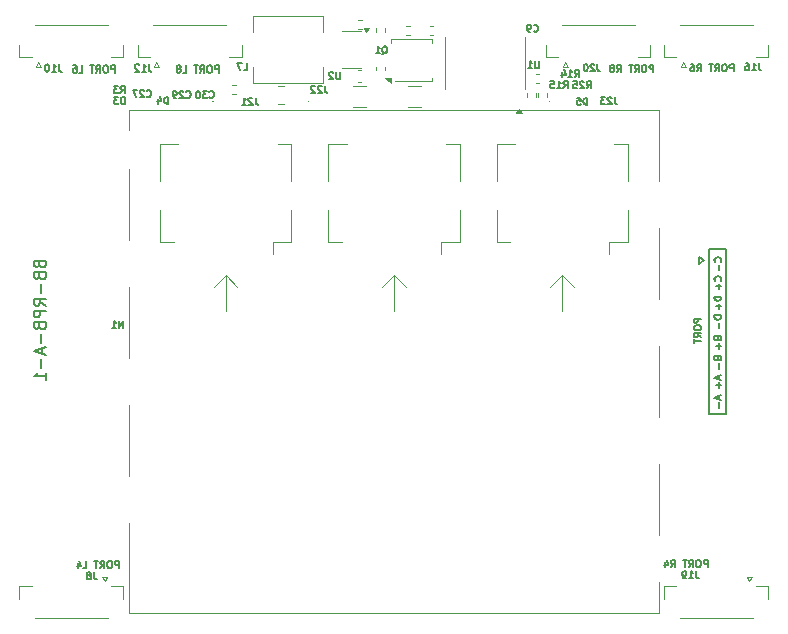
<source format=gbo>
G04 #@! TF.GenerationSoftware,KiCad,Pcbnew,8.0.5*
G04 #@! TF.CreationDate,2026-01-30T21:43:26+07:00*
G04 #@! TF.ProjectId,RouterCoreBaseRevA,526f7574-6572-4436-9f72-654261736552,rev?*
G04 #@! TF.SameCoordinates,PX2793d60PY5cfbb60*
G04 #@! TF.FileFunction,Legend,Bot*
G04 #@! TF.FilePolarity,Positive*
%FSLAX46Y46*%
G04 Gerber Fmt 4.6, Leading zero omitted, Abs format (unit mm)*
G04 Created by KiCad (PCBNEW 8.0.5) date 2026-01-30 21:43:26*
%MOMM*%
%LPD*%
G01*
G04 APERTURE LIST*
%ADD10C,0.150000*%
%ADD11C,0.200000*%
%ADD12C,0.120000*%
%ADD13C,0.100000*%
G04 APERTURE END LIST*
D10*
X59150000Y18200000D02*
X59150000Y32200000D01*
X58775000Y31200000D02*
X58325000Y31500000D01*
X58325000Y30900000D02*
X58775000Y31200000D01*
X60650000Y32200000D02*
X60650000Y18200000D01*
X60650000Y18200000D02*
X59150000Y18200000D01*
X59150000Y32200000D02*
X60650000Y32200000D01*
X58325000Y31500000D02*
X58325000Y30900000D01*
X58518771Y26258459D02*
X57918771Y26258459D01*
X57918771Y26258459D02*
X57918771Y26029888D01*
X57918771Y26029888D02*
X57947342Y25972745D01*
X57947342Y25972745D02*
X57975914Y25944174D01*
X57975914Y25944174D02*
X58033057Y25915602D01*
X58033057Y25915602D02*
X58118771Y25915602D01*
X58118771Y25915602D02*
X58175914Y25944174D01*
X58175914Y25944174D02*
X58204485Y25972745D01*
X58204485Y25972745D02*
X58233057Y26029888D01*
X58233057Y26029888D02*
X58233057Y26258459D01*
X57918771Y25544174D02*
X57918771Y25429888D01*
X57918771Y25429888D02*
X57947342Y25372745D01*
X57947342Y25372745D02*
X58004485Y25315602D01*
X58004485Y25315602D02*
X58118771Y25287031D01*
X58118771Y25287031D02*
X58318771Y25287031D01*
X58318771Y25287031D02*
X58433057Y25315602D01*
X58433057Y25315602D02*
X58490200Y25372745D01*
X58490200Y25372745D02*
X58518771Y25429888D01*
X58518771Y25429888D02*
X58518771Y25544174D01*
X58518771Y25544174D02*
X58490200Y25601316D01*
X58490200Y25601316D02*
X58433057Y25658459D01*
X58433057Y25658459D02*
X58318771Y25687031D01*
X58318771Y25687031D02*
X58118771Y25687031D01*
X58118771Y25687031D02*
X58004485Y25658459D01*
X58004485Y25658459D02*
X57947342Y25601316D01*
X57947342Y25601316D02*
X57918771Y25544174D01*
X58518771Y24687031D02*
X58233057Y24887031D01*
X58518771Y25029888D02*
X57918771Y25029888D01*
X57918771Y25029888D02*
X57918771Y24801317D01*
X57918771Y24801317D02*
X57947342Y24744174D01*
X57947342Y24744174D02*
X57975914Y24715603D01*
X57975914Y24715603D02*
X58033057Y24687031D01*
X58033057Y24687031D02*
X58118771Y24687031D01*
X58118771Y24687031D02*
X58175914Y24715603D01*
X58175914Y24715603D02*
X58204485Y24744174D01*
X58204485Y24744174D02*
X58233057Y24801317D01*
X58233057Y24801317D02*
X58233057Y25029888D01*
X57918771Y24515603D02*
X57918771Y24172745D01*
X58518771Y24344174D02*
X57918771Y24344174D01*
X8858458Y47095479D02*
X8858458Y47695479D01*
X8858458Y47695479D02*
X8629887Y47695479D01*
X8629887Y47695479D02*
X8572744Y47666908D01*
X8572744Y47666908D02*
X8544173Y47638336D01*
X8544173Y47638336D02*
X8515601Y47581193D01*
X8515601Y47581193D02*
X8515601Y47495479D01*
X8515601Y47495479D02*
X8544173Y47438336D01*
X8544173Y47438336D02*
X8572744Y47409765D01*
X8572744Y47409765D02*
X8629887Y47381193D01*
X8629887Y47381193D02*
X8858458Y47381193D01*
X8144173Y47695479D02*
X8029887Y47695479D01*
X8029887Y47695479D02*
X7972744Y47666908D01*
X7972744Y47666908D02*
X7915601Y47609765D01*
X7915601Y47609765D02*
X7887030Y47495479D01*
X7887030Y47495479D02*
X7887030Y47295479D01*
X7887030Y47295479D02*
X7915601Y47181193D01*
X7915601Y47181193D02*
X7972744Y47124050D01*
X7972744Y47124050D02*
X8029887Y47095479D01*
X8029887Y47095479D02*
X8144173Y47095479D01*
X8144173Y47095479D02*
X8201316Y47124050D01*
X8201316Y47124050D02*
X8258458Y47181193D01*
X8258458Y47181193D02*
X8287030Y47295479D01*
X8287030Y47295479D02*
X8287030Y47495479D01*
X8287030Y47495479D02*
X8258458Y47609765D01*
X8258458Y47609765D02*
X8201316Y47666908D01*
X8201316Y47666908D02*
X8144173Y47695479D01*
X7287030Y47095479D02*
X7487030Y47381193D01*
X7629887Y47095479D02*
X7629887Y47695479D01*
X7629887Y47695479D02*
X7401316Y47695479D01*
X7401316Y47695479D02*
X7344173Y47666908D01*
X7344173Y47666908D02*
X7315602Y47638336D01*
X7315602Y47638336D02*
X7287030Y47581193D01*
X7287030Y47581193D02*
X7287030Y47495479D01*
X7287030Y47495479D02*
X7315602Y47438336D01*
X7315602Y47438336D02*
X7344173Y47409765D01*
X7344173Y47409765D02*
X7401316Y47381193D01*
X7401316Y47381193D02*
X7629887Y47381193D01*
X7115602Y47695479D02*
X6772745Y47695479D01*
X6944173Y47095479D02*
X6944173Y47695479D01*
X5829887Y47095479D02*
X6115601Y47095479D01*
X6115601Y47095479D02*
X6115601Y47695479D01*
X5372745Y47695479D02*
X5487030Y47695479D01*
X5487030Y47695479D02*
X5544173Y47666908D01*
X5544173Y47666908D02*
X5572745Y47638336D01*
X5572745Y47638336D02*
X5629887Y47552622D01*
X5629887Y47552622D02*
X5658459Y47438336D01*
X5658459Y47438336D02*
X5658459Y47209765D01*
X5658459Y47209765D02*
X5629887Y47152622D01*
X5629887Y47152622D02*
X5601316Y47124050D01*
X5601316Y47124050D02*
X5544173Y47095479D01*
X5544173Y47095479D02*
X5429887Y47095479D01*
X5429887Y47095479D02*
X5372745Y47124050D01*
X5372745Y47124050D02*
X5344173Y47152622D01*
X5344173Y47152622D02*
X5315602Y47209765D01*
X5315602Y47209765D02*
X5315602Y47352622D01*
X5315602Y47352622D02*
X5344173Y47409765D01*
X5344173Y47409765D02*
X5372745Y47438336D01*
X5372745Y47438336D02*
X5429887Y47466908D01*
X5429887Y47466908D02*
X5544173Y47466908D01*
X5544173Y47466908D02*
X5601316Y47438336D01*
X5601316Y47438336D02*
X5629887Y47409765D01*
X5629887Y47409765D02*
X5658459Y47352622D01*
X60162628Y29485714D02*
X60191200Y29514286D01*
X60191200Y29514286D02*
X60219771Y29600000D01*
X60219771Y29600000D02*
X60219771Y29657143D01*
X60219771Y29657143D02*
X60191200Y29742857D01*
X60191200Y29742857D02*
X60134057Y29800000D01*
X60134057Y29800000D02*
X60076914Y29828571D01*
X60076914Y29828571D02*
X59962628Y29857143D01*
X59962628Y29857143D02*
X59876914Y29857143D01*
X59876914Y29857143D02*
X59762628Y29828571D01*
X59762628Y29828571D02*
X59705485Y29800000D01*
X59705485Y29800000D02*
X59648342Y29742857D01*
X59648342Y29742857D02*
X59619771Y29657143D01*
X59619771Y29657143D02*
X59619771Y29600000D01*
X59619771Y29600000D02*
X59648342Y29514286D01*
X59648342Y29514286D02*
X59676914Y29485714D01*
X59991200Y29228571D02*
X59991200Y28771428D01*
X60219771Y29000000D02*
X59762628Y29000000D01*
X59905485Y22878571D02*
X59934057Y22792857D01*
X59934057Y22792857D02*
X59962628Y22764286D01*
X59962628Y22764286D02*
X60019771Y22735714D01*
X60019771Y22735714D02*
X60105485Y22735714D01*
X60105485Y22735714D02*
X60162628Y22764286D01*
X60162628Y22764286D02*
X60191200Y22792857D01*
X60191200Y22792857D02*
X60219771Y22850000D01*
X60219771Y22850000D02*
X60219771Y23078571D01*
X60219771Y23078571D02*
X59619771Y23078571D01*
X59619771Y23078571D02*
X59619771Y22878571D01*
X59619771Y22878571D02*
X59648342Y22821428D01*
X59648342Y22821428D02*
X59676914Y22792857D01*
X59676914Y22792857D02*
X59734057Y22764286D01*
X59734057Y22764286D02*
X59791200Y22764286D01*
X59791200Y22764286D02*
X59848342Y22792857D01*
X59848342Y22792857D02*
X59876914Y22821428D01*
X59876914Y22821428D02*
X59905485Y22878571D01*
X59905485Y22878571D02*
X59905485Y23078571D01*
X59991200Y22478571D02*
X59991200Y22021428D01*
X59905485Y24578571D02*
X59934057Y24492857D01*
X59934057Y24492857D02*
X59962628Y24464286D01*
X59962628Y24464286D02*
X60019771Y24435714D01*
X60019771Y24435714D02*
X60105485Y24435714D01*
X60105485Y24435714D02*
X60162628Y24464286D01*
X60162628Y24464286D02*
X60191200Y24492857D01*
X60191200Y24492857D02*
X60219771Y24550000D01*
X60219771Y24550000D02*
X60219771Y24778571D01*
X60219771Y24778571D02*
X59619771Y24778571D01*
X59619771Y24778571D02*
X59619771Y24578571D01*
X59619771Y24578571D02*
X59648342Y24521428D01*
X59648342Y24521428D02*
X59676914Y24492857D01*
X59676914Y24492857D02*
X59734057Y24464286D01*
X59734057Y24464286D02*
X59791200Y24464286D01*
X59791200Y24464286D02*
X59848342Y24492857D01*
X59848342Y24492857D02*
X59876914Y24521428D01*
X59876914Y24521428D02*
X59905485Y24578571D01*
X59905485Y24578571D02*
X59905485Y24778571D01*
X59991200Y24178571D02*
X59991200Y23721428D01*
X60219771Y23950000D02*
X59762628Y23950000D01*
X61258458Y47195479D02*
X61258458Y47795479D01*
X61258458Y47795479D02*
X61029887Y47795479D01*
X61029887Y47795479D02*
X60972744Y47766908D01*
X60972744Y47766908D02*
X60944173Y47738336D01*
X60944173Y47738336D02*
X60915601Y47681193D01*
X60915601Y47681193D02*
X60915601Y47595479D01*
X60915601Y47595479D02*
X60944173Y47538336D01*
X60944173Y47538336D02*
X60972744Y47509765D01*
X60972744Y47509765D02*
X61029887Y47481193D01*
X61029887Y47481193D02*
X61258458Y47481193D01*
X60544173Y47795479D02*
X60429887Y47795479D01*
X60429887Y47795479D02*
X60372744Y47766908D01*
X60372744Y47766908D02*
X60315601Y47709765D01*
X60315601Y47709765D02*
X60287030Y47595479D01*
X60287030Y47595479D02*
X60287030Y47395479D01*
X60287030Y47395479D02*
X60315601Y47281193D01*
X60315601Y47281193D02*
X60372744Y47224050D01*
X60372744Y47224050D02*
X60429887Y47195479D01*
X60429887Y47195479D02*
X60544173Y47195479D01*
X60544173Y47195479D02*
X60601316Y47224050D01*
X60601316Y47224050D02*
X60658458Y47281193D01*
X60658458Y47281193D02*
X60687030Y47395479D01*
X60687030Y47395479D02*
X60687030Y47595479D01*
X60687030Y47595479D02*
X60658458Y47709765D01*
X60658458Y47709765D02*
X60601316Y47766908D01*
X60601316Y47766908D02*
X60544173Y47795479D01*
X59687030Y47195479D02*
X59887030Y47481193D01*
X60029887Y47195479D02*
X60029887Y47795479D01*
X60029887Y47795479D02*
X59801316Y47795479D01*
X59801316Y47795479D02*
X59744173Y47766908D01*
X59744173Y47766908D02*
X59715602Y47738336D01*
X59715602Y47738336D02*
X59687030Y47681193D01*
X59687030Y47681193D02*
X59687030Y47595479D01*
X59687030Y47595479D02*
X59715602Y47538336D01*
X59715602Y47538336D02*
X59744173Y47509765D01*
X59744173Y47509765D02*
X59801316Y47481193D01*
X59801316Y47481193D02*
X60029887Y47481193D01*
X59515602Y47795479D02*
X59172745Y47795479D01*
X59344173Y47195479D02*
X59344173Y47795479D01*
X58172744Y47195479D02*
X58372744Y47481193D01*
X58515601Y47195479D02*
X58515601Y47795479D01*
X58515601Y47795479D02*
X58287030Y47795479D01*
X58287030Y47795479D02*
X58229887Y47766908D01*
X58229887Y47766908D02*
X58201316Y47738336D01*
X58201316Y47738336D02*
X58172744Y47681193D01*
X58172744Y47681193D02*
X58172744Y47595479D01*
X58172744Y47595479D02*
X58201316Y47538336D01*
X58201316Y47538336D02*
X58229887Y47509765D01*
X58229887Y47509765D02*
X58287030Y47481193D01*
X58287030Y47481193D02*
X58515601Y47481193D01*
X57658459Y47795479D02*
X57772744Y47795479D01*
X57772744Y47795479D02*
X57829887Y47766908D01*
X57829887Y47766908D02*
X57858459Y47738336D01*
X57858459Y47738336D02*
X57915601Y47652622D01*
X57915601Y47652622D02*
X57944173Y47538336D01*
X57944173Y47538336D02*
X57944173Y47309765D01*
X57944173Y47309765D02*
X57915601Y47252622D01*
X57915601Y47252622D02*
X57887030Y47224050D01*
X57887030Y47224050D02*
X57829887Y47195479D01*
X57829887Y47195479D02*
X57715601Y47195479D01*
X57715601Y47195479D02*
X57658459Y47224050D01*
X57658459Y47224050D02*
X57629887Y47252622D01*
X57629887Y47252622D02*
X57601316Y47309765D01*
X57601316Y47309765D02*
X57601316Y47452622D01*
X57601316Y47452622D02*
X57629887Y47509765D01*
X57629887Y47509765D02*
X57658459Y47538336D01*
X57658459Y47538336D02*
X57715601Y47566908D01*
X57715601Y47566908D02*
X57829887Y47566908D01*
X57829887Y47566908D02*
X57887030Y47538336D01*
X57887030Y47538336D02*
X57915601Y47509765D01*
X57915601Y47509765D02*
X57944173Y47452622D01*
X60219771Y26528571D02*
X59619771Y26528571D01*
X59619771Y26528571D02*
X59619771Y26385714D01*
X59619771Y26385714D02*
X59648342Y26300000D01*
X59648342Y26300000D02*
X59705485Y26242857D01*
X59705485Y26242857D02*
X59762628Y26214286D01*
X59762628Y26214286D02*
X59876914Y26185714D01*
X59876914Y26185714D02*
X59962628Y26185714D01*
X59962628Y26185714D02*
X60076914Y26214286D01*
X60076914Y26214286D02*
X60134057Y26242857D01*
X60134057Y26242857D02*
X60191200Y26300000D01*
X60191200Y26300000D02*
X60219771Y26385714D01*
X60219771Y26385714D02*
X60219771Y26528571D01*
X59991200Y25928571D02*
X59991200Y25471428D01*
X60162628Y31085714D02*
X60191200Y31114286D01*
X60191200Y31114286D02*
X60219771Y31200000D01*
X60219771Y31200000D02*
X60219771Y31257143D01*
X60219771Y31257143D02*
X60191200Y31342857D01*
X60191200Y31342857D02*
X60134057Y31400000D01*
X60134057Y31400000D02*
X60076914Y31428571D01*
X60076914Y31428571D02*
X59962628Y31457143D01*
X59962628Y31457143D02*
X59876914Y31457143D01*
X59876914Y31457143D02*
X59762628Y31428571D01*
X59762628Y31428571D02*
X59705485Y31400000D01*
X59705485Y31400000D02*
X59648342Y31342857D01*
X59648342Y31342857D02*
X59619771Y31257143D01*
X59619771Y31257143D02*
X59619771Y31200000D01*
X59619771Y31200000D02*
X59648342Y31114286D01*
X59648342Y31114286D02*
X59676914Y31085714D01*
X59991200Y30828571D02*
X59991200Y30371428D01*
X17658458Y47095479D02*
X17658458Y47695479D01*
X17658458Y47695479D02*
X17429887Y47695479D01*
X17429887Y47695479D02*
X17372744Y47666908D01*
X17372744Y47666908D02*
X17344173Y47638336D01*
X17344173Y47638336D02*
X17315601Y47581193D01*
X17315601Y47581193D02*
X17315601Y47495479D01*
X17315601Y47495479D02*
X17344173Y47438336D01*
X17344173Y47438336D02*
X17372744Y47409765D01*
X17372744Y47409765D02*
X17429887Y47381193D01*
X17429887Y47381193D02*
X17658458Y47381193D01*
X16944173Y47695479D02*
X16829887Y47695479D01*
X16829887Y47695479D02*
X16772744Y47666908D01*
X16772744Y47666908D02*
X16715601Y47609765D01*
X16715601Y47609765D02*
X16687030Y47495479D01*
X16687030Y47495479D02*
X16687030Y47295479D01*
X16687030Y47295479D02*
X16715601Y47181193D01*
X16715601Y47181193D02*
X16772744Y47124050D01*
X16772744Y47124050D02*
X16829887Y47095479D01*
X16829887Y47095479D02*
X16944173Y47095479D01*
X16944173Y47095479D02*
X17001316Y47124050D01*
X17001316Y47124050D02*
X17058458Y47181193D01*
X17058458Y47181193D02*
X17087030Y47295479D01*
X17087030Y47295479D02*
X17087030Y47495479D01*
X17087030Y47495479D02*
X17058458Y47609765D01*
X17058458Y47609765D02*
X17001316Y47666908D01*
X17001316Y47666908D02*
X16944173Y47695479D01*
X16087030Y47095479D02*
X16287030Y47381193D01*
X16429887Y47095479D02*
X16429887Y47695479D01*
X16429887Y47695479D02*
X16201316Y47695479D01*
X16201316Y47695479D02*
X16144173Y47666908D01*
X16144173Y47666908D02*
X16115602Y47638336D01*
X16115602Y47638336D02*
X16087030Y47581193D01*
X16087030Y47581193D02*
X16087030Y47495479D01*
X16087030Y47495479D02*
X16115602Y47438336D01*
X16115602Y47438336D02*
X16144173Y47409765D01*
X16144173Y47409765D02*
X16201316Y47381193D01*
X16201316Y47381193D02*
X16429887Y47381193D01*
X15915602Y47695479D02*
X15572745Y47695479D01*
X15744173Y47095479D02*
X15744173Y47695479D01*
X14629887Y47095479D02*
X14915601Y47095479D01*
X14915601Y47095479D02*
X14915601Y47695479D01*
X14344173Y47438336D02*
X14401316Y47466908D01*
X14401316Y47466908D02*
X14429887Y47495479D01*
X14429887Y47495479D02*
X14458459Y47552622D01*
X14458459Y47552622D02*
X14458459Y47581193D01*
X14458459Y47581193D02*
X14429887Y47638336D01*
X14429887Y47638336D02*
X14401316Y47666908D01*
X14401316Y47666908D02*
X14344173Y47695479D01*
X14344173Y47695479D02*
X14229887Y47695479D01*
X14229887Y47695479D02*
X14172745Y47666908D01*
X14172745Y47666908D02*
X14144173Y47638336D01*
X14144173Y47638336D02*
X14115602Y47581193D01*
X14115602Y47581193D02*
X14115602Y47552622D01*
X14115602Y47552622D02*
X14144173Y47495479D01*
X14144173Y47495479D02*
X14172745Y47466908D01*
X14172745Y47466908D02*
X14229887Y47438336D01*
X14229887Y47438336D02*
X14344173Y47438336D01*
X14344173Y47438336D02*
X14401316Y47409765D01*
X14401316Y47409765D02*
X14429887Y47381193D01*
X14429887Y47381193D02*
X14458459Y47324050D01*
X14458459Y47324050D02*
X14458459Y47209765D01*
X14458459Y47209765D02*
X14429887Y47152622D01*
X14429887Y47152622D02*
X14401316Y47124050D01*
X14401316Y47124050D02*
X14344173Y47095479D01*
X14344173Y47095479D02*
X14229887Y47095479D01*
X14229887Y47095479D02*
X14172745Y47124050D01*
X14172745Y47124050D02*
X14144173Y47152622D01*
X14144173Y47152622D02*
X14115602Y47209765D01*
X14115602Y47209765D02*
X14115602Y47324050D01*
X14115602Y47324050D02*
X14144173Y47381193D01*
X14144173Y47381193D02*
X14172745Y47409765D01*
X14172745Y47409765D02*
X14229887Y47438336D01*
X59058458Y5231229D02*
X59058458Y5831229D01*
X59058458Y5831229D02*
X58829887Y5831229D01*
X58829887Y5831229D02*
X58772744Y5802658D01*
X58772744Y5802658D02*
X58744173Y5774086D01*
X58744173Y5774086D02*
X58715601Y5716943D01*
X58715601Y5716943D02*
X58715601Y5631229D01*
X58715601Y5631229D02*
X58744173Y5574086D01*
X58744173Y5574086D02*
X58772744Y5545515D01*
X58772744Y5545515D02*
X58829887Y5516943D01*
X58829887Y5516943D02*
X59058458Y5516943D01*
X58344173Y5831229D02*
X58229887Y5831229D01*
X58229887Y5831229D02*
X58172744Y5802658D01*
X58172744Y5802658D02*
X58115601Y5745515D01*
X58115601Y5745515D02*
X58087030Y5631229D01*
X58087030Y5631229D02*
X58087030Y5431229D01*
X58087030Y5431229D02*
X58115601Y5316943D01*
X58115601Y5316943D02*
X58172744Y5259800D01*
X58172744Y5259800D02*
X58229887Y5231229D01*
X58229887Y5231229D02*
X58344173Y5231229D01*
X58344173Y5231229D02*
X58401316Y5259800D01*
X58401316Y5259800D02*
X58458458Y5316943D01*
X58458458Y5316943D02*
X58487030Y5431229D01*
X58487030Y5431229D02*
X58487030Y5631229D01*
X58487030Y5631229D02*
X58458458Y5745515D01*
X58458458Y5745515D02*
X58401316Y5802658D01*
X58401316Y5802658D02*
X58344173Y5831229D01*
X57487030Y5231229D02*
X57687030Y5516943D01*
X57829887Y5231229D02*
X57829887Y5831229D01*
X57829887Y5831229D02*
X57601316Y5831229D01*
X57601316Y5831229D02*
X57544173Y5802658D01*
X57544173Y5802658D02*
X57515602Y5774086D01*
X57515602Y5774086D02*
X57487030Y5716943D01*
X57487030Y5716943D02*
X57487030Y5631229D01*
X57487030Y5631229D02*
X57515602Y5574086D01*
X57515602Y5574086D02*
X57544173Y5545515D01*
X57544173Y5545515D02*
X57601316Y5516943D01*
X57601316Y5516943D02*
X57829887Y5516943D01*
X57315602Y5831229D02*
X56972745Y5831229D01*
X57144173Y5231229D02*
X57144173Y5831229D01*
X55972744Y5231229D02*
X56172744Y5516943D01*
X56315601Y5231229D02*
X56315601Y5831229D01*
X56315601Y5831229D02*
X56087030Y5831229D01*
X56087030Y5831229D02*
X56029887Y5802658D01*
X56029887Y5802658D02*
X56001316Y5774086D01*
X56001316Y5774086D02*
X55972744Y5716943D01*
X55972744Y5716943D02*
X55972744Y5631229D01*
X55972744Y5631229D02*
X56001316Y5574086D01*
X56001316Y5574086D02*
X56029887Y5545515D01*
X56029887Y5545515D02*
X56087030Y5516943D01*
X56087030Y5516943D02*
X56315601Y5516943D01*
X55458459Y5631229D02*
X55458459Y5231229D01*
X55601316Y5859800D02*
X55744173Y5431229D01*
X55744173Y5431229D02*
X55372744Y5431229D01*
X60219771Y28128571D02*
X59619771Y28128571D01*
X59619771Y28128571D02*
X59619771Y27985714D01*
X59619771Y27985714D02*
X59648342Y27900000D01*
X59648342Y27900000D02*
X59705485Y27842857D01*
X59705485Y27842857D02*
X59762628Y27814286D01*
X59762628Y27814286D02*
X59876914Y27785714D01*
X59876914Y27785714D02*
X59962628Y27785714D01*
X59962628Y27785714D02*
X60076914Y27814286D01*
X60076914Y27814286D02*
X60134057Y27842857D01*
X60134057Y27842857D02*
X60191200Y27900000D01*
X60191200Y27900000D02*
X60219771Y27985714D01*
X60219771Y27985714D02*
X60219771Y28128571D01*
X59991200Y27528571D02*
X59991200Y27071428D01*
X60219771Y27300000D02*
X59762628Y27300000D01*
X9208458Y5131229D02*
X9208458Y5731229D01*
X9208458Y5731229D02*
X8979887Y5731229D01*
X8979887Y5731229D02*
X8922744Y5702658D01*
X8922744Y5702658D02*
X8894173Y5674086D01*
X8894173Y5674086D02*
X8865601Y5616943D01*
X8865601Y5616943D02*
X8865601Y5531229D01*
X8865601Y5531229D02*
X8894173Y5474086D01*
X8894173Y5474086D02*
X8922744Y5445515D01*
X8922744Y5445515D02*
X8979887Y5416943D01*
X8979887Y5416943D02*
X9208458Y5416943D01*
X8494173Y5731229D02*
X8379887Y5731229D01*
X8379887Y5731229D02*
X8322744Y5702658D01*
X8322744Y5702658D02*
X8265601Y5645515D01*
X8265601Y5645515D02*
X8237030Y5531229D01*
X8237030Y5531229D02*
X8237030Y5331229D01*
X8237030Y5331229D02*
X8265601Y5216943D01*
X8265601Y5216943D02*
X8322744Y5159800D01*
X8322744Y5159800D02*
X8379887Y5131229D01*
X8379887Y5131229D02*
X8494173Y5131229D01*
X8494173Y5131229D02*
X8551316Y5159800D01*
X8551316Y5159800D02*
X8608458Y5216943D01*
X8608458Y5216943D02*
X8637030Y5331229D01*
X8637030Y5331229D02*
X8637030Y5531229D01*
X8637030Y5531229D02*
X8608458Y5645515D01*
X8608458Y5645515D02*
X8551316Y5702658D01*
X8551316Y5702658D02*
X8494173Y5731229D01*
X7637030Y5131229D02*
X7837030Y5416943D01*
X7979887Y5131229D02*
X7979887Y5731229D01*
X7979887Y5731229D02*
X7751316Y5731229D01*
X7751316Y5731229D02*
X7694173Y5702658D01*
X7694173Y5702658D02*
X7665602Y5674086D01*
X7665602Y5674086D02*
X7637030Y5616943D01*
X7637030Y5616943D02*
X7637030Y5531229D01*
X7637030Y5531229D02*
X7665602Y5474086D01*
X7665602Y5474086D02*
X7694173Y5445515D01*
X7694173Y5445515D02*
X7751316Y5416943D01*
X7751316Y5416943D02*
X7979887Y5416943D01*
X7465602Y5731229D02*
X7122745Y5731229D01*
X7294173Y5131229D02*
X7294173Y5731229D01*
X6179887Y5131229D02*
X6465601Y5131229D01*
X6465601Y5131229D02*
X6465601Y5731229D01*
X5722745Y5531229D02*
X5722745Y5131229D01*
X5865602Y5759800D02*
X6008459Y5331229D01*
X6008459Y5331229D02*
X5637030Y5331229D01*
X60048342Y21414286D02*
X60048342Y21128571D01*
X60219771Y21471429D02*
X59619771Y21271429D01*
X59619771Y21271429D02*
X60219771Y21071429D01*
X59991200Y20871428D02*
X59991200Y20414285D01*
X60219771Y20642857D02*
X59762628Y20642857D01*
X54458458Y47145479D02*
X54458458Y47745479D01*
X54458458Y47745479D02*
X54229887Y47745479D01*
X54229887Y47745479D02*
X54172744Y47716908D01*
X54172744Y47716908D02*
X54144173Y47688336D01*
X54144173Y47688336D02*
X54115601Y47631193D01*
X54115601Y47631193D02*
X54115601Y47545479D01*
X54115601Y47545479D02*
X54144173Y47488336D01*
X54144173Y47488336D02*
X54172744Y47459765D01*
X54172744Y47459765D02*
X54229887Y47431193D01*
X54229887Y47431193D02*
X54458458Y47431193D01*
X53744173Y47745479D02*
X53629887Y47745479D01*
X53629887Y47745479D02*
X53572744Y47716908D01*
X53572744Y47716908D02*
X53515601Y47659765D01*
X53515601Y47659765D02*
X53487030Y47545479D01*
X53487030Y47545479D02*
X53487030Y47345479D01*
X53487030Y47345479D02*
X53515601Y47231193D01*
X53515601Y47231193D02*
X53572744Y47174050D01*
X53572744Y47174050D02*
X53629887Y47145479D01*
X53629887Y47145479D02*
X53744173Y47145479D01*
X53744173Y47145479D02*
X53801316Y47174050D01*
X53801316Y47174050D02*
X53858458Y47231193D01*
X53858458Y47231193D02*
X53887030Y47345479D01*
X53887030Y47345479D02*
X53887030Y47545479D01*
X53887030Y47545479D02*
X53858458Y47659765D01*
X53858458Y47659765D02*
X53801316Y47716908D01*
X53801316Y47716908D02*
X53744173Y47745479D01*
X52887030Y47145479D02*
X53087030Y47431193D01*
X53229887Y47145479D02*
X53229887Y47745479D01*
X53229887Y47745479D02*
X53001316Y47745479D01*
X53001316Y47745479D02*
X52944173Y47716908D01*
X52944173Y47716908D02*
X52915602Y47688336D01*
X52915602Y47688336D02*
X52887030Y47631193D01*
X52887030Y47631193D02*
X52887030Y47545479D01*
X52887030Y47545479D02*
X52915602Y47488336D01*
X52915602Y47488336D02*
X52944173Y47459765D01*
X52944173Y47459765D02*
X53001316Y47431193D01*
X53001316Y47431193D02*
X53229887Y47431193D01*
X52715602Y47745479D02*
X52372745Y47745479D01*
X52544173Y47145479D02*
X52544173Y47745479D01*
X51372744Y47145479D02*
X51572744Y47431193D01*
X51715601Y47145479D02*
X51715601Y47745479D01*
X51715601Y47745479D02*
X51487030Y47745479D01*
X51487030Y47745479D02*
X51429887Y47716908D01*
X51429887Y47716908D02*
X51401316Y47688336D01*
X51401316Y47688336D02*
X51372744Y47631193D01*
X51372744Y47631193D02*
X51372744Y47545479D01*
X51372744Y47545479D02*
X51401316Y47488336D01*
X51401316Y47488336D02*
X51429887Y47459765D01*
X51429887Y47459765D02*
X51487030Y47431193D01*
X51487030Y47431193D02*
X51715601Y47431193D01*
X51029887Y47488336D02*
X51087030Y47516908D01*
X51087030Y47516908D02*
X51115601Y47545479D01*
X51115601Y47545479D02*
X51144173Y47602622D01*
X51144173Y47602622D02*
X51144173Y47631193D01*
X51144173Y47631193D02*
X51115601Y47688336D01*
X51115601Y47688336D02*
X51087030Y47716908D01*
X51087030Y47716908D02*
X51029887Y47745479D01*
X51029887Y47745479D02*
X50915601Y47745479D01*
X50915601Y47745479D02*
X50858459Y47716908D01*
X50858459Y47716908D02*
X50829887Y47688336D01*
X50829887Y47688336D02*
X50801316Y47631193D01*
X50801316Y47631193D02*
X50801316Y47602622D01*
X50801316Y47602622D02*
X50829887Y47545479D01*
X50829887Y47545479D02*
X50858459Y47516908D01*
X50858459Y47516908D02*
X50915601Y47488336D01*
X50915601Y47488336D02*
X51029887Y47488336D01*
X51029887Y47488336D02*
X51087030Y47459765D01*
X51087030Y47459765D02*
X51115601Y47431193D01*
X51115601Y47431193D02*
X51144173Y47374050D01*
X51144173Y47374050D02*
X51144173Y47259765D01*
X51144173Y47259765D02*
X51115601Y47202622D01*
X51115601Y47202622D02*
X51087030Y47174050D01*
X51087030Y47174050D02*
X51029887Y47145479D01*
X51029887Y47145479D02*
X50915601Y47145479D01*
X50915601Y47145479D02*
X50858459Y47174050D01*
X50858459Y47174050D02*
X50829887Y47202622D01*
X50829887Y47202622D02*
X50801316Y47259765D01*
X50801316Y47259765D02*
X50801316Y47374050D01*
X50801316Y47374050D02*
X50829887Y47431193D01*
X50829887Y47431193D02*
X50858459Y47459765D01*
X50858459Y47459765D02*
X50915601Y47488336D01*
X60048342Y19714286D02*
X60048342Y19428571D01*
X60219771Y19771429D02*
X59619771Y19571429D01*
X59619771Y19571429D02*
X60219771Y19371429D01*
X59991200Y19171428D02*
X59991200Y18714285D01*
D11*
X2493409Y30846994D02*
X2541028Y30704137D01*
X2541028Y30704137D02*
X2588647Y30656518D01*
X2588647Y30656518D02*
X2683885Y30608899D01*
X2683885Y30608899D02*
X2826742Y30608899D01*
X2826742Y30608899D02*
X2921980Y30656518D01*
X2921980Y30656518D02*
X2969600Y30704137D01*
X2969600Y30704137D02*
X3017219Y30799375D01*
X3017219Y30799375D02*
X3017219Y31180327D01*
X3017219Y31180327D02*
X2017219Y31180327D01*
X2017219Y31180327D02*
X2017219Y30846994D01*
X2017219Y30846994D02*
X2064838Y30751756D01*
X2064838Y30751756D02*
X2112457Y30704137D01*
X2112457Y30704137D02*
X2207695Y30656518D01*
X2207695Y30656518D02*
X2302933Y30656518D01*
X2302933Y30656518D02*
X2398171Y30704137D01*
X2398171Y30704137D02*
X2445790Y30751756D01*
X2445790Y30751756D02*
X2493409Y30846994D01*
X2493409Y30846994D02*
X2493409Y31180327D01*
X2493409Y29846994D02*
X2541028Y29704137D01*
X2541028Y29704137D02*
X2588647Y29656518D01*
X2588647Y29656518D02*
X2683885Y29608899D01*
X2683885Y29608899D02*
X2826742Y29608899D01*
X2826742Y29608899D02*
X2921980Y29656518D01*
X2921980Y29656518D02*
X2969600Y29704137D01*
X2969600Y29704137D02*
X3017219Y29799375D01*
X3017219Y29799375D02*
X3017219Y30180327D01*
X3017219Y30180327D02*
X2017219Y30180327D01*
X2017219Y30180327D02*
X2017219Y29846994D01*
X2017219Y29846994D02*
X2064838Y29751756D01*
X2064838Y29751756D02*
X2112457Y29704137D01*
X2112457Y29704137D02*
X2207695Y29656518D01*
X2207695Y29656518D02*
X2302933Y29656518D01*
X2302933Y29656518D02*
X2398171Y29704137D01*
X2398171Y29704137D02*
X2445790Y29751756D01*
X2445790Y29751756D02*
X2493409Y29846994D01*
X2493409Y29846994D02*
X2493409Y30180327D01*
X2636266Y29180327D02*
X2636266Y28418422D01*
X3017219Y27370804D02*
X2541028Y27704137D01*
X3017219Y27942232D02*
X2017219Y27942232D01*
X2017219Y27942232D02*
X2017219Y27561280D01*
X2017219Y27561280D02*
X2064838Y27466042D01*
X2064838Y27466042D02*
X2112457Y27418423D01*
X2112457Y27418423D02*
X2207695Y27370804D01*
X2207695Y27370804D02*
X2350552Y27370804D01*
X2350552Y27370804D02*
X2445790Y27418423D01*
X2445790Y27418423D02*
X2493409Y27466042D01*
X2493409Y27466042D02*
X2541028Y27561280D01*
X2541028Y27561280D02*
X2541028Y27942232D01*
X3017219Y26942232D02*
X2017219Y26942232D01*
X2017219Y26942232D02*
X2017219Y26561280D01*
X2017219Y26561280D02*
X2064838Y26466042D01*
X2064838Y26466042D02*
X2112457Y26418423D01*
X2112457Y26418423D02*
X2207695Y26370804D01*
X2207695Y26370804D02*
X2350552Y26370804D01*
X2350552Y26370804D02*
X2445790Y26418423D01*
X2445790Y26418423D02*
X2493409Y26466042D01*
X2493409Y26466042D02*
X2541028Y26561280D01*
X2541028Y26561280D02*
X2541028Y26942232D01*
X2493409Y25608899D02*
X2541028Y25466042D01*
X2541028Y25466042D02*
X2588647Y25418423D01*
X2588647Y25418423D02*
X2683885Y25370804D01*
X2683885Y25370804D02*
X2826742Y25370804D01*
X2826742Y25370804D02*
X2921980Y25418423D01*
X2921980Y25418423D02*
X2969600Y25466042D01*
X2969600Y25466042D02*
X3017219Y25561280D01*
X3017219Y25561280D02*
X3017219Y25942232D01*
X3017219Y25942232D02*
X2017219Y25942232D01*
X2017219Y25942232D02*
X2017219Y25608899D01*
X2017219Y25608899D02*
X2064838Y25513661D01*
X2064838Y25513661D02*
X2112457Y25466042D01*
X2112457Y25466042D02*
X2207695Y25418423D01*
X2207695Y25418423D02*
X2302933Y25418423D01*
X2302933Y25418423D02*
X2398171Y25466042D01*
X2398171Y25466042D02*
X2445790Y25513661D01*
X2445790Y25513661D02*
X2493409Y25608899D01*
X2493409Y25608899D02*
X2493409Y25942232D01*
X2636266Y24942232D02*
X2636266Y24180327D01*
X2731504Y23751756D02*
X2731504Y23275566D01*
X3017219Y23846994D02*
X2017219Y23513661D01*
X2017219Y23513661D02*
X3017219Y23180328D01*
X2636266Y22846994D02*
X2636266Y22085089D01*
X3017219Y21085090D02*
X3017219Y21656518D01*
X3017219Y21370804D02*
X2017219Y21370804D01*
X2017219Y21370804D02*
X2160076Y21466042D01*
X2160076Y21466042D02*
X2255314Y21561280D01*
X2255314Y21561280D02*
X2302933Y21656518D01*
D10*
X26635714Y45980229D02*
X26635714Y45551658D01*
X26635714Y45551658D02*
X26664285Y45465943D01*
X26664285Y45465943D02*
X26721428Y45408800D01*
X26721428Y45408800D02*
X26807142Y45380229D01*
X26807142Y45380229D02*
X26864285Y45380229D01*
X26378571Y45923086D02*
X26349999Y45951658D01*
X26349999Y45951658D02*
X26292857Y45980229D01*
X26292857Y45980229D02*
X26149999Y45980229D01*
X26149999Y45980229D02*
X26092857Y45951658D01*
X26092857Y45951658D02*
X26064285Y45923086D01*
X26064285Y45923086D02*
X26035714Y45865943D01*
X26035714Y45865943D02*
X26035714Y45808800D01*
X26035714Y45808800D02*
X26064285Y45723086D01*
X26064285Y45723086D02*
X26407142Y45380229D01*
X26407142Y45380229D02*
X26035714Y45380229D01*
X25807142Y45923086D02*
X25778570Y45951658D01*
X25778570Y45951658D02*
X25721428Y45980229D01*
X25721428Y45980229D02*
X25578570Y45980229D01*
X25578570Y45980229D02*
X25521428Y45951658D01*
X25521428Y45951658D02*
X25492856Y45923086D01*
X25492856Y45923086D02*
X25464285Y45865943D01*
X25464285Y45865943D02*
X25464285Y45808800D01*
X25464285Y45808800D02*
X25492856Y45723086D01*
X25492856Y45723086D02*
X25835713Y45380229D01*
X25835713Y45380229D02*
X25464285Y45380229D01*
X31507142Y48673086D02*
X31564285Y48701658D01*
X31564285Y48701658D02*
X31621428Y48758800D01*
X31621428Y48758800D02*
X31707142Y48844515D01*
X31707142Y48844515D02*
X31764285Y48873086D01*
X31764285Y48873086D02*
X31821428Y48873086D01*
X31792857Y48730229D02*
X31850000Y48758800D01*
X31850000Y48758800D02*
X31907142Y48815943D01*
X31907142Y48815943D02*
X31935714Y48930229D01*
X31935714Y48930229D02*
X31935714Y49130229D01*
X31935714Y49130229D02*
X31907142Y49244515D01*
X31907142Y49244515D02*
X31850000Y49301658D01*
X31850000Y49301658D02*
X31792857Y49330229D01*
X31792857Y49330229D02*
X31678571Y49330229D01*
X31678571Y49330229D02*
X31621428Y49301658D01*
X31621428Y49301658D02*
X31564285Y49244515D01*
X31564285Y49244515D02*
X31535714Y49130229D01*
X31535714Y49130229D02*
X31535714Y48930229D01*
X31535714Y48930229D02*
X31564285Y48815943D01*
X31564285Y48815943D02*
X31621428Y48758800D01*
X31621428Y48758800D02*
X31678571Y48730229D01*
X31678571Y48730229D02*
X31792857Y48730229D01*
X30964286Y48730229D02*
X31307143Y48730229D01*
X31135714Y48730229D02*
X31135714Y49330229D01*
X31135714Y49330229D02*
X31192857Y49244515D01*
X31192857Y49244515D02*
X31250000Y49187372D01*
X31250000Y49187372D02*
X31307143Y49158800D01*
X63385714Y47880229D02*
X63385714Y47451658D01*
X63385714Y47451658D02*
X63414285Y47365943D01*
X63414285Y47365943D02*
X63471428Y47308800D01*
X63471428Y47308800D02*
X63557142Y47280229D01*
X63557142Y47280229D02*
X63614285Y47280229D01*
X62785714Y47280229D02*
X63128571Y47280229D01*
X62957142Y47280229D02*
X62957142Y47880229D01*
X62957142Y47880229D02*
X63014285Y47794515D01*
X63014285Y47794515D02*
X63071428Y47737372D01*
X63071428Y47737372D02*
X63128571Y47708800D01*
X62271428Y47880229D02*
X62385713Y47880229D01*
X62385713Y47880229D02*
X62442856Y47851658D01*
X62442856Y47851658D02*
X62471428Y47823086D01*
X62471428Y47823086D02*
X62528570Y47737372D01*
X62528570Y47737372D02*
X62557142Y47623086D01*
X62557142Y47623086D02*
X62557142Y47394515D01*
X62557142Y47394515D02*
X62528570Y47337372D01*
X62528570Y47337372D02*
X62499999Y47308800D01*
X62499999Y47308800D02*
X62442856Y47280229D01*
X62442856Y47280229D02*
X62328570Y47280229D01*
X62328570Y47280229D02*
X62271428Y47308800D01*
X62271428Y47308800D02*
X62242856Y47337372D01*
X62242856Y47337372D02*
X62214285Y47394515D01*
X62214285Y47394515D02*
X62214285Y47537372D01*
X62214285Y47537372D02*
X62242856Y47594515D01*
X62242856Y47594515D02*
X62271428Y47623086D01*
X62271428Y47623086D02*
X62328570Y47651658D01*
X62328570Y47651658D02*
X62442856Y47651658D01*
X62442856Y47651658D02*
X62499999Y47623086D01*
X62499999Y47623086D02*
X62528570Y47594515D01*
X62528570Y47594515D02*
X62557142Y47537372D01*
X44324999Y50612372D02*
X44353571Y50583800D01*
X44353571Y50583800D02*
X44439285Y50555229D01*
X44439285Y50555229D02*
X44496428Y50555229D01*
X44496428Y50555229D02*
X44582142Y50583800D01*
X44582142Y50583800D02*
X44639285Y50640943D01*
X44639285Y50640943D02*
X44667856Y50698086D01*
X44667856Y50698086D02*
X44696428Y50812372D01*
X44696428Y50812372D02*
X44696428Y50898086D01*
X44696428Y50898086D02*
X44667856Y51012372D01*
X44667856Y51012372D02*
X44639285Y51069515D01*
X44639285Y51069515D02*
X44582142Y51126658D01*
X44582142Y51126658D02*
X44496428Y51155229D01*
X44496428Y51155229D02*
X44439285Y51155229D01*
X44439285Y51155229D02*
X44353571Y51126658D01*
X44353571Y51126658D02*
X44324999Y51098086D01*
X44039285Y50555229D02*
X43924999Y50555229D01*
X43924999Y50555229D02*
X43867856Y50583800D01*
X43867856Y50583800D02*
X43839285Y50612372D01*
X43839285Y50612372D02*
X43782142Y50698086D01*
X43782142Y50698086D02*
X43753571Y50812372D01*
X43753571Y50812372D02*
X43753571Y51040943D01*
X43753571Y51040943D02*
X43782142Y51098086D01*
X43782142Y51098086D02*
X43810714Y51126658D01*
X43810714Y51126658D02*
X43867856Y51155229D01*
X43867856Y51155229D02*
X43982142Y51155229D01*
X43982142Y51155229D02*
X44039285Y51126658D01*
X44039285Y51126658D02*
X44067856Y51098086D01*
X44067856Y51098086D02*
X44096428Y51040943D01*
X44096428Y51040943D02*
X44096428Y50898086D01*
X44096428Y50898086D02*
X44067856Y50840943D01*
X44067856Y50840943D02*
X44039285Y50812372D01*
X44039285Y50812372D02*
X43982142Y50783800D01*
X43982142Y50783800D02*
X43867856Y50783800D01*
X43867856Y50783800D02*
X43810714Y50812372D01*
X43810714Y50812372D02*
X43782142Y50840943D01*
X43782142Y50840943D02*
X43753571Y50898086D01*
X14910714Y44987372D02*
X14939286Y44958800D01*
X14939286Y44958800D02*
X15025000Y44930229D01*
X15025000Y44930229D02*
X15082143Y44930229D01*
X15082143Y44930229D02*
X15167857Y44958800D01*
X15167857Y44958800D02*
X15225000Y45015943D01*
X15225000Y45015943D02*
X15253571Y45073086D01*
X15253571Y45073086D02*
X15282143Y45187372D01*
X15282143Y45187372D02*
X15282143Y45273086D01*
X15282143Y45273086D02*
X15253571Y45387372D01*
X15253571Y45387372D02*
X15225000Y45444515D01*
X15225000Y45444515D02*
X15167857Y45501658D01*
X15167857Y45501658D02*
X15082143Y45530229D01*
X15082143Y45530229D02*
X15025000Y45530229D01*
X15025000Y45530229D02*
X14939286Y45501658D01*
X14939286Y45501658D02*
X14910714Y45473086D01*
X14682143Y45473086D02*
X14653571Y45501658D01*
X14653571Y45501658D02*
X14596429Y45530229D01*
X14596429Y45530229D02*
X14453571Y45530229D01*
X14453571Y45530229D02*
X14396429Y45501658D01*
X14396429Y45501658D02*
X14367857Y45473086D01*
X14367857Y45473086D02*
X14339286Y45415943D01*
X14339286Y45415943D02*
X14339286Y45358800D01*
X14339286Y45358800D02*
X14367857Y45273086D01*
X14367857Y45273086D02*
X14710714Y44930229D01*
X14710714Y44930229D02*
X14339286Y44930229D01*
X14053571Y44930229D02*
X13939285Y44930229D01*
X13939285Y44930229D02*
X13882142Y44958800D01*
X13882142Y44958800D02*
X13853571Y44987372D01*
X13853571Y44987372D02*
X13796428Y45073086D01*
X13796428Y45073086D02*
X13767857Y45187372D01*
X13767857Y45187372D02*
X13767857Y45415943D01*
X13767857Y45415943D02*
X13796428Y45473086D01*
X13796428Y45473086D02*
X13825000Y45501658D01*
X13825000Y45501658D02*
X13882142Y45530229D01*
X13882142Y45530229D02*
X13996428Y45530229D01*
X13996428Y45530229D02*
X14053571Y45501658D01*
X14053571Y45501658D02*
X14082142Y45473086D01*
X14082142Y45473086D02*
X14110714Y45415943D01*
X14110714Y45415943D02*
X14110714Y45273086D01*
X14110714Y45273086D02*
X14082142Y45215943D01*
X14082142Y45215943D02*
X14053571Y45187372D01*
X14053571Y45187372D02*
X13996428Y45158800D01*
X13996428Y45158800D02*
X13882142Y45158800D01*
X13882142Y45158800D02*
X13825000Y45187372D01*
X13825000Y45187372D02*
X13796428Y45215943D01*
X13796428Y45215943D02*
X13767857Y45273086D01*
X11735714Y47780229D02*
X11735714Y47351658D01*
X11735714Y47351658D02*
X11764285Y47265943D01*
X11764285Y47265943D02*
X11821428Y47208800D01*
X11821428Y47208800D02*
X11907142Y47180229D01*
X11907142Y47180229D02*
X11964285Y47180229D01*
X11135714Y47180229D02*
X11478571Y47180229D01*
X11307142Y47180229D02*
X11307142Y47780229D01*
X11307142Y47780229D02*
X11364285Y47694515D01*
X11364285Y47694515D02*
X11421428Y47637372D01*
X11421428Y47637372D02*
X11478571Y47608800D01*
X10907142Y47723086D02*
X10878570Y47751658D01*
X10878570Y47751658D02*
X10821428Y47780229D01*
X10821428Y47780229D02*
X10678570Y47780229D01*
X10678570Y47780229D02*
X10621428Y47751658D01*
X10621428Y47751658D02*
X10592856Y47723086D01*
X10592856Y47723086D02*
X10564285Y47665943D01*
X10564285Y47665943D02*
X10564285Y47608800D01*
X10564285Y47608800D02*
X10592856Y47523086D01*
X10592856Y47523086D02*
X10935713Y47180229D01*
X10935713Y47180229D02*
X10564285Y47180229D01*
X9349999Y45355229D02*
X9549999Y45640943D01*
X9692856Y45355229D02*
X9692856Y45955229D01*
X9692856Y45955229D02*
X9464285Y45955229D01*
X9464285Y45955229D02*
X9407142Y45926658D01*
X9407142Y45926658D02*
X9378571Y45898086D01*
X9378571Y45898086D02*
X9349999Y45840943D01*
X9349999Y45840943D02*
X9349999Y45755229D01*
X9349999Y45755229D02*
X9378571Y45698086D01*
X9378571Y45698086D02*
X9407142Y45669515D01*
X9407142Y45669515D02*
X9464285Y45640943D01*
X9464285Y45640943D02*
X9692856Y45640943D01*
X9149999Y45955229D02*
X8778571Y45955229D01*
X8778571Y45955229D02*
X8978571Y45726658D01*
X8978571Y45726658D02*
X8892856Y45726658D01*
X8892856Y45726658D02*
X8835714Y45698086D01*
X8835714Y45698086D02*
X8807142Y45669515D01*
X8807142Y45669515D02*
X8778571Y45612372D01*
X8778571Y45612372D02*
X8778571Y45469515D01*
X8778571Y45469515D02*
X8807142Y45412372D01*
X8807142Y45412372D02*
X8835714Y45383800D01*
X8835714Y45383800D02*
X8892856Y45355229D01*
X8892856Y45355229D02*
X9064285Y45355229D01*
X9064285Y45355229D02*
X9121428Y45383800D01*
X9121428Y45383800D02*
X9149999Y45412372D01*
X27957142Y47130229D02*
X27957142Y46644515D01*
X27957142Y46644515D02*
X27928571Y46587372D01*
X27928571Y46587372D02*
X27900000Y46558800D01*
X27900000Y46558800D02*
X27842857Y46530229D01*
X27842857Y46530229D02*
X27728571Y46530229D01*
X27728571Y46530229D02*
X27671428Y46558800D01*
X27671428Y46558800D02*
X27642857Y46587372D01*
X27642857Y46587372D02*
X27614285Y46644515D01*
X27614285Y46644515D02*
X27614285Y47130229D01*
X27357143Y47073086D02*
X27328571Y47101658D01*
X27328571Y47101658D02*
X27271429Y47130229D01*
X27271429Y47130229D02*
X27128571Y47130229D01*
X27128571Y47130229D02*
X27071429Y47101658D01*
X27071429Y47101658D02*
X27042857Y47073086D01*
X27042857Y47073086D02*
X27014286Y47015943D01*
X27014286Y47015943D02*
X27014286Y46958800D01*
X27014286Y46958800D02*
X27042857Y46873086D01*
X27042857Y46873086D02*
X27385714Y46530229D01*
X27385714Y46530229D02*
X27014286Y46530229D01*
X51185714Y45005229D02*
X51185714Y44576658D01*
X51185714Y44576658D02*
X51214285Y44490943D01*
X51214285Y44490943D02*
X51271428Y44433800D01*
X51271428Y44433800D02*
X51357142Y44405229D01*
X51357142Y44405229D02*
X51414285Y44405229D01*
X50928571Y44948086D02*
X50899999Y44976658D01*
X50899999Y44976658D02*
X50842857Y45005229D01*
X50842857Y45005229D02*
X50699999Y45005229D01*
X50699999Y45005229D02*
X50642857Y44976658D01*
X50642857Y44976658D02*
X50614285Y44948086D01*
X50614285Y44948086D02*
X50585714Y44890943D01*
X50585714Y44890943D02*
X50585714Y44833800D01*
X50585714Y44833800D02*
X50614285Y44748086D01*
X50614285Y44748086D02*
X50957142Y44405229D01*
X50957142Y44405229D02*
X50585714Y44405229D01*
X50385713Y45005229D02*
X50014285Y45005229D01*
X50014285Y45005229D02*
X50214285Y44776658D01*
X50214285Y44776658D02*
X50128570Y44776658D01*
X50128570Y44776658D02*
X50071428Y44748086D01*
X50071428Y44748086D02*
X50042856Y44719515D01*
X50042856Y44719515D02*
X50014285Y44662372D01*
X50014285Y44662372D02*
X50014285Y44519515D01*
X50014285Y44519515D02*
X50042856Y44462372D01*
X50042856Y44462372D02*
X50071428Y44433800D01*
X50071428Y44433800D02*
X50128570Y44405229D01*
X50128570Y44405229D02*
X50299999Y44405229D01*
X50299999Y44405229D02*
X50357142Y44433800D01*
X50357142Y44433800D02*
X50385713Y44462372D01*
X9717856Y44430229D02*
X9717856Y45030229D01*
X9717856Y45030229D02*
X9574999Y45030229D01*
X9574999Y45030229D02*
X9489285Y45001658D01*
X9489285Y45001658D02*
X9432142Y44944515D01*
X9432142Y44944515D02*
X9403571Y44887372D01*
X9403571Y44887372D02*
X9374999Y44773086D01*
X9374999Y44773086D02*
X9374999Y44687372D01*
X9374999Y44687372D02*
X9403571Y44573086D01*
X9403571Y44573086D02*
X9432142Y44515943D01*
X9432142Y44515943D02*
X9489285Y44458800D01*
X9489285Y44458800D02*
X9574999Y44430229D01*
X9574999Y44430229D02*
X9717856Y44430229D01*
X9174999Y45030229D02*
X8803571Y45030229D01*
X8803571Y45030229D02*
X9003571Y44801658D01*
X9003571Y44801658D02*
X8917856Y44801658D01*
X8917856Y44801658D02*
X8860714Y44773086D01*
X8860714Y44773086D02*
X8832142Y44744515D01*
X8832142Y44744515D02*
X8803571Y44687372D01*
X8803571Y44687372D02*
X8803571Y44544515D01*
X8803571Y44544515D02*
X8832142Y44487372D01*
X8832142Y44487372D02*
X8860714Y44458800D01*
X8860714Y44458800D02*
X8917856Y44430229D01*
X8917856Y44430229D02*
X9089285Y44430229D01*
X9089285Y44430229D02*
X9146428Y44458800D01*
X9146428Y44458800D02*
X9174999Y44487372D01*
X46860714Y45780229D02*
X47060714Y46065943D01*
X47203571Y45780229D02*
X47203571Y46380229D01*
X47203571Y46380229D02*
X46975000Y46380229D01*
X46975000Y46380229D02*
X46917857Y46351658D01*
X46917857Y46351658D02*
X46889286Y46323086D01*
X46889286Y46323086D02*
X46860714Y46265943D01*
X46860714Y46265943D02*
X46860714Y46180229D01*
X46860714Y46180229D02*
X46889286Y46123086D01*
X46889286Y46123086D02*
X46917857Y46094515D01*
X46917857Y46094515D02*
X46975000Y46065943D01*
X46975000Y46065943D02*
X47203571Y46065943D01*
X46289286Y45780229D02*
X46632143Y45780229D01*
X46460714Y45780229D02*
X46460714Y46380229D01*
X46460714Y46380229D02*
X46517857Y46294515D01*
X46517857Y46294515D02*
X46575000Y46237372D01*
X46575000Y46237372D02*
X46632143Y46208800D01*
X45746428Y46380229D02*
X46032142Y46380229D01*
X46032142Y46380229D02*
X46060714Y46094515D01*
X46060714Y46094515D02*
X46032142Y46123086D01*
X46032142Y46123086D02*
X45975000Y46151658D01*
X45975000Y46151658D02*
X45832142Y46151658D01*
X45832142Y46151658D02*
X45775000Y46123086D01*
X45775000Y46123086D02*
X45746428Y46094515D01*
X45746428Y46094515D02*
X45717857Y46037372D01*
X45717857Y46037372D02*
X45717857Y45894515D01*
X45717857Y45894515D02*
X45746428Y45837372D01*
X45746428Y45837372D02*
X45775000Y45808800D01*
X45775000Y45808800D02*
X45832142Y45780229D01*
X45832142Y45780229D02*
X45975000Y45780229D01*
X45975000Y45780229D02*
X46032142Y45808800D01*
X46032142Y45808800D02*
X46060714Y45837372D01*
X11560714Y45087372D02*
X11589286Y45058800D01*
X11589286Y45058800D02*
X11675000Y45030229D01*
X11675000Y45030229D02*
X11732143Y45030229D01*
X11732143Y45030229D02*
X11817857Y45058800D01*
X11817857Y45058800D02*
X11875000Y45115943D01*
X11875000Y45115943D02*
X11903571Y45173086D01*
X11903571Y45173086D02*
X11932143Y45287372D01*
X11932143Y45287372D02*
X11932143Y45373086D01*
X11932143Y45373086D02*
X11903571Y45487372D01*
X11903571Y45487372D02*
X11875000Y45544515D01*
X11875000Y45544515D02*
X11817857Y45601658D01*
X11817857Y45601658D02*
X11732143Y45630229D01*
X11732143Y45630229D02*
X11675000Y45630229D01*
X11675000Y45630229D02*
X11589286Y45601658D01*
X11589286Y45601658D02*
X11560714Y45573086D01*
X11332143Y45573086D02*
X11303571Y45601658D01*
X11303571Y45601658D02*
X11246429Y45630229D01*
X11246429Y45630229D02*
X11103571Y45630229D01*
X11103571Y45630229D02*
X11046429Y45601658D01*
X11046429Y45601658D02*
X11017857Y45573086D01*
X11017857Y45573086D02*
X10989286Y45515943D01*
X10989286Y45515943D02*
X10989286Y45458800D01*
X10989286Y45458800D02*
X11017857Y45373086D01*
X11017857Y45373086D02*
X11360714Y45030229D01*
X11360714Y45030229D02*
X10989286Y45030229D01*
X10789285Y45630229D02*
X10389285Y45630229D01*
X10389285Y45630229D02*
X10646428Y45030229D01*
X44782142Y48055229D02*
X44782142Y47569515D01*
X44782142Y47569515D02*
X44753571Y47512372D01*
X44753571Y47512372D02*
X44725000Y47483800D01*
X44725000Y47483800D02*
X44667857Y47455229D01*
X44667857Y47455229D02*
X44553571Y47455229D01*
X44553571Y47455229D02*
X44496428Y47483800D01*
X44496428Y47483800D02*
X44467857Y47512372D01*
X44467857Y47512372D02*
X44439285Y47569515D01*
X44439285Y47569515D02*
X44439285Y48055229D01*
X43839286Y47455229D02*
X44182143Y47455229D01*
X44010714Y47455229D02*
X44010714Y48055229D01*
X44010714Y48055229D02*
X44067857Y47969515D01*
X44067857Y47969515D02*
X44125000Y47912372D01*
X44125000Y47912372D02*
X44182143Y47883800D01*
X58085714Y4870229D02*
X58085714Y4441658D01*
X58085714Y4441658D02*
X58114285Y4355943D01*
X58114285Y4355943D02*
X58171428Y4298800D01*
X58171428Y4298800D02*
X58257142Y4270229D01*
X58257142Y4270229D02*
X58314285Y4270229D01*
X57485714Y4270229D02*
X57828571Y4270229D01*
X57657142Y4270229D02*
X57657142Y4870229D01*
X57657142Y4870229D02*
X57714285Y4784515D01*
X57714285Y4784515D02*
X57771428Y4727372D01*
X57771428Y4727372D02*
X57828571Y4698800D01*
X57199999Y4270229D02*
X57085713Y4270229D01*
X57085713Y4270229D02*
X57028570Y4298800D01*
X57028570Y4298800D02*
X56999999Y4327372D01*
X56999999Y4327372D02*
X56942856Y4413086D01*
X56942856Y4413086D02*
X56914285Y4527372D01*
X56914285Y4527372D02*
X56914285Y4755943D01*
X56914285Y4755943D02*
X56942856Y4813086D01*
X56942856Y4813086D02*
X56971428Y4841658D01*
X56971428Y4841658D02*
X57028570Y4870229D01*
X57028570Y4870229D02*
X57142856Y4870229D01*
X57142856Y4870229D02*
X57199999Y4841658D01*
X57199999Y4841658D02*
X57228570Y4813086D01*
X57228570Y4813086D02*
X57257142Y4755943D01*
X57257142Y4755943D02*
X57257142Y4613086D01*
X57257142Y4613086D02*
X57228570Y4555943D01*
X57228570Y4555943D02*
X57199999Y4527372D01*
X57199999Y4527372D02*
X57142856Y4498800D01*
X57142856Y4498800D02*
X57028570Y4498800D01*
X57028570Y4498800D02*
X56971428Y4527372D01*
X56971428Y4527372D02*
X56942856Y4555943D01*
X56942856Y4555943D02*
X56914285Y4613086D01*
X49735714Y47830229D02*
X49735714Y47401658D01*
X49735714Y47401658D02*
X49764285Y47315943D01*
X49764285Y47315943D02*
X49821428Y47258800D01*
X49821428Y47258800D02*
X49907142Y47230229D01*
X49907142Y47230229D02*
X49964285Y47230229D01*
X49478571Y47773086D02*
X49449999Y47801658D01*
X49449999Y47801658D02*
X49392857Y47830229D01*
X49392857Y47830229D02*
X49249999Y47830229D01*
X49249999Y47830229D02*
X49192857Y47801658D01*
X49192857Y47801658D02*
X49164285Y47773086D01*
X49164285Y47773086D02*
X49135714Y47715943D01*
X49135714Y47715943D02*
X49135714Y47658800D01*
X49135714Y47658800D02*
X49164285Y47573086D01*
X49164285Y47573086D02*
X49507142Y47230229D01*
X49507142Y47230229D02*
X49135714Y47230229D01*
X48764285Y47830229D02*
X48707142Y47830229D01*
X48707142Y47830229D02*
X48649999Y47801658D01*
X48649999Y47801658D02*
X48621428Y47773086D01*
X48621428Y47773086D02*
X48592856Y47715943D01*
X48592856Y47715943D02*
X48564285Y47601658D01*
X48564285Y47601658D02*
X48564285Y47458800D01*
X48564285Y47458800D02*
X48592856Y47344515D01*
X48592856Y47344515D02*
X48621428Y47287372D01*
X48621428Y47287372D02*
X48649999Y47258800D01*
X48649999Y47258800D02*
X48707142Y47230229D01*
X48707142Y47230229D02*
X48764285Y47230229D01*
X48764285Y47230229D02*
X48821428Y47258800D01*
X48821428Y47258800D02*
X48849999Y47287372D01*
X48849999Y47287372D02*
X48878570Y47344515D01*
X48878570Y47344515D02*
X48907142Y47458800D01*
X48907142Y47458800D02*
X48907142Y47601658D01*
X48907142Y47601658D02*
X48878570Y47715943D01*
X48878570Y47715943D02*
X48849999Y47773086D01*
X48849999Y47773086D02*
X48821428Y47801658D01*
X48821428Y47801658D02*
X48764285Y47830229D01*
X48810714Y45755229D02*
X49010714Y46040943D01*
X49153571Y45755229D02*
X49153571Y46355229D01*
X49153571Y46355229D02*
X48925000Y46355229D01*
X48925000Y46355229D02*
X48867857Y46326658D01*
X48867857Y46326658D02*
X48839286Y46298086D01*
X48839286Y46298086D02*
X48810714Y46240943D01*
X48810714Y46240943D02*
X48810714Y46155229D01*
X48810714Y46155229D02*
X48839286Y46098086D01*
X48839286Y46098086D02*
X48867857Y46069515D01*
X48867857Y46069515D02*
X48925000Y46040943D01*
X48925000Y46040943D02*
X49153571Y46040943D01*
X48582143Y46298086D02*
X48553571Y46326658D01*
X48553571Y46326658D02*
X48496429Y46355229D01*
X48496429Y46355229D02*
X48353571Y46355229D01*
X48353571Y46355229D02*
X48296429Y46326658D01*
X48296429Y46326658D02*
X48267857Y46298086D01*
X48267857Y46298086D02*
X48239286Y46240943D01*
X48239286Y46240943D02*
X48239286Y46183800D01*
X48239286Y46183800D02*
X48267857Y46098086D01*
X48267857Y46098086D02*
X48610714Y45755229D01*
X48610714Y45755229D02*
X48239286Y45755229D01*
X47696428Y46355229D02*
X47982142Y46355229D01*
X47982142Y46355229D02*
X48010714Y46069515D01*
X48010714Y46069515D02*
X47982142Y46098086D01*
X47982142Y46098086D02*
X47925000Y46126658D01*
X47925000Y46126658D02*
X47782142Y46126658D01*
X47782142Y46126658D02*
X47725000Y46098086D01*
X47725000Y46098086D02*
X47696428Y46069515D01*
X47696428Y46069515D02*
X47667857Y46012372D01*
X47667857Y46012372D02*
X47667857Y45869515D01*
X47667857Y45869515D02*
X47696428Y45812372D01*
X47696428Y45812372D02*
X47725000Y45783800D01*
X47725000Y45783800D02*
X47782142Y45755229D01*
X47782142Y45755229D02*
X47925000Y45755229D01*
X47925000Y45755229D02*
X47982142Y45783800D01*
X47982142Y45783800D02*
X48010714Y45812372D01*
X19774999Y47305229D02*
X20060713Y47305229D01*
X20060713Y47305229D02*
X20060713Y47905229D01*
X19632142Y47905229D02*
X19232142Y47905229D01*
X19232142Y47905229D02*
X19489285Y47305229D01*
X48892856Y44380229D02*
X48892856Y44980229D01*
X48892856Y44980229D02*
X48749999Y44980229D01*
X48749999Y44980229D02*
X48664285Y44951658D01*
X48664285Y44951658D02*
X48607142Y44894515D01*
X48607142Y44894515D02*
X48578571Y44837372D01*
X48578571Y44837372D02*
X48549999Y44723086D01*
X48549999Y44723086D02*
X48549999Y44637372D01*
X48549999Y44637372D02*
X48578571Y44523086D01*
X48578571Y44523086D02*
X48607142Y44465943D01*
X48607142Y44465943D02*
X48664285Y44408800D01*
X48664285Y44408800D02*
X48749999Y44380229D01*
X48749999Y44380229D02*
X48892856Y44380229D01*
X48007142Y44980229D02*
X48292856Y44980229D01*
X48292856Y44980229D02*
X48321428Y44694515D01*
X48321428Y44694515D02*
X48292856Y44723086D01*
X48292856Y44723086D02*
X48235714Y44751658D01*
X48235714Y44751658D02*
X48092856Y44751658D01*
X48092856Y44751658D02*
X48035714Y44723086D01*
X48035714Y44723086D02*
X48007142Y44694515D01*
X48007142Y44694515D02*
X47978571Y44637372D01*
X47978571Y44637372D02*
X47978571Y44494515D01*
X47978571Y44494515D02*
X48007142Y44437372D01*
X48007142Y44437372D02*
X48035714Y44408800D01*
X48035714Y44408800D02*
X48092856Y44380229D01*
X48092856Y44380229D02*
X48235714Y44380229D01*
X48235714Y44380229D02*
X48292856Y44408800D01*
X48292856Y44408800D02*
X48321428Y44437372D01*
X4135714Y47780229D02*
X4135714Y47351658D01*
X4135714Y47351658D02*
X4164285Y47265943D01*
X4164285Y47265943D02*
X4221428Y47208800D01*
X4221428Y47208800D02*
X4307142Y47180229D01*
X4307142Y47180229D02*
X4364285Y47180229D01*
X3535714Y47180229D02*
X3878571Y47180229D01*
X3707142Y47180229D02*
X3707142Y47780229D01*
X3707142Y47780229D02*
X3764285Y47694515D01*
X3764285Y47694515D02*
X3821428Y47637372D01*
X3821428Y47637372D02*
X3878571Y47608800D01*
X3164285Y47780229D02*
X3107142Y47780229D01*
X3107142Y47780229D02*
X3049999Y47751658D01*
X3049999Y47751658D02*
X3021428Y47723086D01*
X3021428Y47723086D02*
X2992856Y47665943D01*
X2992856Y47665943D02*
X2964285Y47551658D01*
X2964285Y47551658D02*
X2964285Y47408800D01*
X2964285Y47408800D02*
X2992856Y47294515D01*
X2992856Y47294515D02*
X3021428Y47237372D01*
X3021428Y47237372D02*
X3049999Y47208800D01*
X3049999Y47208800D02*
X3107142Y47180229D01*
X3107142Y47180229D02*
X3164285Y47180229D01*
X3164285Y47180229D02*
X3221428Y47208800D01*
X3221428Y47208800D02*
X3249999Y47237372D01*
X3249999Y47237372D02*
X3278570Y47294515D01*
X3278570Y47294515D02*
X3307142Y47408800D01*
X3307142Y47408800D02*
X3307142Y47551658D01*
X3307142Y47551658D02*
X3278570Y47665943D01*
X3278570Y47665943D02*
X3249999Y47723086D01*
X3249999Y47723086D02*
X3221428Y47751658D01*
X3221428Y47751658D02*
X3164285Y47780229D01*
X13392856Y44455229D02*
X13392856Y45055229D01*
X13392856Y45055229D02*
X13249999Y45055229D01*
X13249999Y45055229D02*
X13164285Y45026658D01*
X13164285Y45026658D02*
X13107142Y44969515D01*
X13107142Y44969515D02*
X13078571Y44912372D01*
X13078571Y44912372D02*
X13049999Y44798086D01*
X13049999Y44798086D02*
X13049999Y44712372D01*
X13049999Y44712372D02*
X13078571Y44598086D01*
X13078571Y44598086D02*
X13107142Y44540943D01*
X13107142Y44540943D02*
X13164285Y44483800D01*
X13164285Y44483800D02*
X13249999Y44455229D01*
X13249999Y44455229D02*
X13392856Y44455229D01*
X12535714Y44855229D02*
X12535714Y44455229D01*
X12678571Y45083800D02*
X12821428Y44655229D01*
X12821428Y44655229D02*
X12449999Y44655229D01*
X7100000Y4780229D02*
X7100000Y4351658D01*
X7100000Y4351658D02*
X7128571Y4265943D01*
X7128571Y4265943D02*
X7185714Y4208800D01*
X7185714Y4208800D02*
X7271428Y4180229D01*
X7271428Y4180229D02*
X7328571Y4180229D01*
X6728571Y4523086D02*
X6785714Y4551658D01*
X6785714Y4551658D02*
X6814285Y4580229D01*
X6814285Y4580229D02*
X6842857Y4637372D01*
X6842857Y4637372D02*
X6842857Y4665943D01*
X6842857Y4665943D02*
X6814285Y4723086D01*
X6814285Y4723086D02*
X6785714Y4751658D01*
X6785714Y4751658D02*
X6728571Y4780229D01*
X6728571Y4780229D02*
X6614285Y4780229D01*
X6614285Y4780229D02*
X6557143Y4751658D01*
X6557143Y4751658D02*
X6528571Y4723086D01*
X6528571Y4723086D02*
X6500000Y4665943D01*
X6500000Y4665943D02*
X6500000Y4637372D01*
X6500000Y4637372D02*
X6528571Y4580229D01*
X6528571Y4580229D02*
X6557143Y4551658D01*
X6557143Y4551658D02*
X6614285Y4523086D01*
X6614285Y4523086D02*
X6728571Y4523086D01*
X6728571Y4523086D02*
X6785714Y4494515D01*
X6785714Y4494515D02*
X6814285Y4465943D01*
X6814285Y4465943D02*
X6842857Y4408800D01*
X6842857Y4408800D02*
X6842857Y4294515D01*
X6842857Y4294515D02*
X6814285Y4237372D01*
X6814285Y4237372D02*
X6785714Y4208800D01*
X6785714Y4208800D02*
X6728571Y4180229D01*
X6728571Y4180229D02*
X6614285Y4180229D01*
X6614285Y4180229D02*
X6557143Y4208800D01*
X6557143Y4208800D02*
X6528571Y4237372D01*
X6528571Y4237372D02*
X6500000Y4294515D01*
X6500000Y4294515D02*
X6500000Y4408800D01*
X6500000Y4408800D02*
X6528571Y4465943D01*
X6528571Y4465943D02*
X6557143Y4494515D01*
X6557143Y4494515D02*
X6614285Y4523086D01*
X47835714Y46730229D02*
X48035714Y47015943D01*
X48178571Y46730229D02*
X48178571Y47330229D01*
X48178571Y47330229D02*
X47950000Y47330229D01*
X47950000Y47330229D02*
X47892857Y47301658D01*
X47892857Y47301658D02*
X47864286Y47273086D01*
X47864286Y47273086D02*
X47835714Y47215943D01*
X47835714Y47215943D02*
X47835714Y47130229D01*
X47835714Y47130229D02*
X47864286Y47073086D01*
X47864286Y47073086D02*
X47892857Y47044515D01*
X47892857Y47044515D02*
X47950000Y47015943D01*
X47950000Y47015943D02*
X48178571Y47015943D01*
X47264286Y46730229D02*
X47607143Y46730229D01*
X47435714Y46730229D02*
X47435714Y47330229D01*
X47435714Y47330229D02*
X47492857Y47244515D01*
X47492857Y47244515D02*
X47550000Y47187372D01*
X47550000Y47187372D02*
X47607143Y47158800D01*
X46750000Y47130229D02*
X46750000Y46730229D01*
X46892857Y47358800D02*
X47035714Y46930229D01*
X47035714Y46930229D02*
X46664285Y46930229D01*
X20785714Y44980229D02*
X20785714Y44551658D01*
X20785714Y44551658D02*
X20814285Y44465943D01*
X20814285Y44465943D02*
X20871428Y44408800D01*
X20871428Y44408800D02*
X20957142Y44380229D01*
X20957142Y44380229D02*
X21014285Y44380229D01*
X20528571Y44923086D02*
X20499999Y44951658D01*
X20499999Y44951658D02*
X20442857Y44980229D01*
X20442857Y44980229D02*
X20299999Y44980229D01*
X20299999Y44980229D02*
X20242857Y44951658D01*
X20242857Y44951658D02*
X20214285Y44923086D01*
X20214285Y44923086D02*
X20185714Y44865943D01*
X20185714Y44865943D02*
X20185714Y44808800D01*
X20185714Y44808800D02*
X20214285Y44723086D01*
X20214285Y44723086D02*
X20557142Y44380229D01*
X20557142Y44380229D02*
X20185714Y44380229D01*
X19614285Y44380229D02*
X19957142Y44380229D01*
X19785713Y44380229D02*
X19785713Y44980229D01*
X19785713Y44980229D02*
X19842856Y44894515D01*
X19842856Y44894515D02*
X19899999Y44837372D01*
X19899999Y44837372D02*
X19957142Y44808800D01*
X9607142Y25430229D02*
X9607142Y26030229D01*
X9607142Y26030229D02*
X9264285Y25430229D01*
X9264285Y25430229D02*
X9264285Y26030229D01*
X8664286Y25430229D02*
X9007143Y25430229D01*
X8835714Y25430229D02*
X8835714Y26030229D01*
X8835714Y26030229D02*
X8892857Y25944515D01*
X8892857Y25944515D02*
X8950000Y25887372D01*
X8950000Y25887372D02*
X9007143Y25858800D01*
X16885714Y44987372D02*
X16914286Y44958800D01*
X16914286Y44958800D02*
X17000000Y44930229D01*
X17000000Y44930229D02*
X17057143Y44930229D01*
X17057143Y44930229D02*
X17142857Y44958800D01*
X17142857Y44958800D02*
X17200000Y45015943D01*
X17200000Y45015943D02*
X17228571Y45073086D01*
X17228571Y45073086D02*
X17257143Y45187372D01*
X17257143Y45187372D02*
X17257143Y45273086D01*
X17257143Y45273086D02*
X17228571Y45387372D01*
X17228571Y45387372D02*
X17200000Y45444515D01*
X17200000Y45444515D02*
X17142857Y45501658D01*
X17142857Y45501658D02*
X17057143Y45530229D01*
X17057143Y45530229D02*
X17000000Y45530229D01*
X17000000Y45530229D02*
X16914286Y45501658D01*
X16914286Y45501658D02*
X16885714Y45473086D01*
X16685714Y45530229D02*
X16314286Y45530229D01*
X16314286Y45530229D02*
X16514286Y45301658D01*
X16514286Y45301658D02*
X16428571Y45301658D01*
X16428571Y45301658D02*
X16371429Y45273086D01*
X16371429Y45273086D02*
X16342857Y45244515D01*
X16342857Y45244515D02*
X16314286Y45187372D01*
X16314286Y45187372D02*
X16314286Y45044515D01*
X16314286Y45044515D02*
X16342857Y44987372D01*
X16342857Y44987372D02*
X16371429Y44958800D01*
X16371429Y44958800D02*
X16428571Y44930229D01*
X16428571Y44930229D02*
X16600000Y44930229D01*
X16600000Y44930229D02*
X16657143Y44958800D01*
X16657143Y44958800D02*
X16685714Y44987372D01*
X15942857Y45530229D02*
X15885714Y45530229D01*
X15885714Y45530229D02*
X15828571Y45501658D01*
X15828571Y45501658D02*
X15800000Y45473086D01*
X15800000Y45473086D02*
X15771428Y45415943D01*
X15771428Y45415943D02*
X15742857Y45301658D01*
X15742857Y45301658D02*
X15742857Y45158800D01*
X15742857Y45158800D02*
X15771428Y45044515D01*
X15771428Y45044515D02*
X15800000Y44987372D01*
X15800000Y44987372D02*
X15828571Y44958800D01*
X15828571Y44958800D02*
X15885714Y44930229D01*
X15885714Y44930229D02*
X15942857Y44930229D01*
X15942857Y44930229D02*
X16000000Y44958800D01*
X16000000Y44958800D02*
X16028571Y44987372D01*
X16028571Y44987372D02*
X16057142Y45044515D01*
X16057142Y45044515D02*
X16085714Y45158800D01*
X16085714Y45158800D02*
X16085714Y45301658D01*
X16085714Y45301658D02*
X16057142Y45415943D01*
X16057142Y45415943D02*
X16028571Y45473086D01*
X16028571Y45473086D02*
X16000000Y45501658D01*
X16000000Y45501658D02*
X15942857Y45530229D01*
D12*
X31020000Y47578641D02*
X31020000Y47271359D01*
X31780000Y47578641D02*
X31780000Y47271359D01*
X26940000Y41060000D02*
X28500000Y41060000D01*
X26940000Y37950000D02*
X26940000Y41060000D01*
X26940000Y32710000D02*
X26940000Y35450000D01*
X26940000Y32710000D02*
X28100000Y32710000D01*
X31500000Y28950000D02*
X32500000Y29950000D01*
X32500000Y26950000D02*
X32500000Y29950000D01*
X33500000Y28950000D02*
X32500000Y29950000D01*
X36500000Y32710000D02*
X38060000Y32710000D01*
X36500000Y31710000D02*
X36500000Y32710000D01*
X38060000Y41060000D02*
X36900000Y41060000D01*
X38060000Y37950000D02*
X38060000Y41060000D01*
X38060000Y32710000D02*
X38060000Y35450000D01*
X32250000Y49900000D02*
X32250000Y49640000D01*
X35750000Y49900000D02*
X32250000Y49900000D01*
X35750000Y49900000D02*
X35750000Y49640000D01*
X35750000Y46660000D02*
X35750000Y46400000D01*
X35750000Y46400000D02*
X32570000Y46400000D01*
X32250000Y46180000D02*
X31770000Y46660000D01*
X32250000Y46660000D01*
X32250000Y46180000D01*
G36*
X32250000Y46180000D02*
G01*
X31770000Y46660000D01*
X32250000Y46660000D01*
X32250000Y46180000D01*
G37*
X55400000Y49442561D02*
X55400000Y48400000D01*
X55400000Y48400000D02*
X56420161Y48400000D01*
X56800000Y47600000D02*
X57000000Y47950000D01*
X57200000Y47600000D02*
X56800000Y47600000D01*
X57200000Y47600000D02*
X57000000Y47950000D01*
X62900000Y51100000D02*
X56700000Y51100000D01*
X63179839Y48400000D02*
X64200000Y48400000D01*
X64200000Y48400000D02*
X64200000Y49442561D01*
X31020000Y50853641D02*
X31020000Y50546359D01*
X31780000Y50853641D02*
X31780000Y50546359D01*
X29075000Y45985000D02*
X30175000Y45985000D01*
X29075000Y44165000D02*
X30175000Y44165000D01*
X33546359Y51030000D02*
X33853641Y51030000D01*
X33546359Y50270000D02*
X33853641Y50270000D01*
X10800000Y49442561D02*
X10800000Y48400000D01*
X10800000Y48400000D02*
X11820161Y48400000D01*
X12200000Y47600000D02*
X12400000Y47950000D01*
X12600000Y47600000D02*
X12200000Y47600000D01*
X12600000Y47600000D02*
X12400000Y47950000D01*
X18300000Y51100000D02*
X12100000Y51100000D01*
X18579839Y48400000D02*
X19600000Y48400000D01*
X19600000Y48400000D02*
X19600000Y49442561D01*
X18796359Y46005000D02*
X19103641Y46005000D01*
X18796359Y45245000D02*
X19103641Y45245000D01*
X28075000Y50610000D02*
X28875000Y50610000D01*
X28075000Y47490000D02*
X28875000Y47490000D01*
X29675000Y50610000D02*
X28875000Y50610000D01*
X29675000Y47490000D02*
X28875000Y47490000D01*
X30175000Y50560000D02*
X29935000Y50890000D01*
X30415000Y50890000D01*
X30175000Y50560000D01*
G36*
X30175000Y50560000D02*
G01*
X29935000Y50890000D01*
X30415000Y50890000D01*
X30175000Y50560000D01*
G37*
X41190000Y41060000D02*
X42750000Y41060000D01*
X41190000Y37950000D02*
X41190000Y41060000D01*
X41190000Y32710000D02*
X41190000Y35450000D01*
X41190000Y32710000D02*
X42350000Y32710000D01*
X45750000Y28950000D02*
X46750000Y29950000D01*
X46750000Y26950000D02*
X46750000Y29950000D01*
X47750000Y28950000D02*
X46750000Y29950000D01*
X50750000Y32710000D02*
X52310000Y32710000D01*
X50750000Y31710000D02*
X50750000Y32710000D01*
X52310000Y41060000D02*
X51150000Y41060000D01*
X52310000Y37950000D02*
X52310000Y41060000D01*
X52310000Y32710000D02*
X52310000Y35450000D01*
D13*
X17235000Y44675000D02*
G75*
G02*
X17135000Y44675000I-50000J0D01*
G01*
X17135000Y44675000D02*
G75*
G02*
X17235000Y44675000I50000J0D01*
G01*
D12*
X43770000Y45328641D02*
X43770000Y45021359D01*
X44530000Y45328641D02*
X44530000Y45021359D01*
X23211252Y45935000D02*
X22688748Y45935000D01*
X23211252Y44465000D02*
X22688748Y44465000D01*
X36790000Y50100000D02*
X36790000Y47900000D01*
X36790000Y45700000D02*
X36790000Y47900000D01*
X43560000Y50100000D02*
X43560000Y47900000D01*
X43560000Y45700000D02*
X43560000Y47900000D01*
X43340000Y43710000D02*
X42860000Y43710000D01*
X43100000Y44040000D01*
X43340000Y43710000D01*
G36*
X43340000Y43710000D02*
G01*
X42860000Y43710000D01*
X43100000Y44040000D01*
X43340000Y43710000D01*
G37*
X55400000Y3600000D02*
X55400000Y2557439D01*
X56420161Y3600000D02*
X55400000Y3600000D01*
X56700000Y900000D02*
X62900000Y900000D01*
X62400000Y4400000D02*
X62600000Y4050000D01*
X62400000Y4400000D02*
X62800000Y4400000D01*
X62800000Y4400000D02*
X62600000Y4050000D01*
X64200000Y3600000D02*
X63179839Y3600000D01*
X64200000Y2557439D02*
X64200000Y3600000D01*
X29803641Y51555000D02*
X29496359Y51555000D01*
X29803641Y50795000D02*
X29496359Y50795000D01*
X45400000Y49442561D02*
X45400000Y48400000D01*
X45400000Y48400000D02*
X46420161Y48400000D01*
X46800000Y47600000D02*
X47000000Y47950000D01*
X47200000Y47600000D02*
X46800000Y47600000D01*
X47200000Y47600000D02*
X47000000Y47950000D01*
X52900000Y51100000D02*
X46700000Y51100000D01*
X53179839Y48400000D02*
X54200000Y48400000D01*
X54200000Y48400000D02*
X54200000Y49442561D01*
X44720000Y45021359D02*
X44720000Y45328641D01*
X45480000Y45021359D02*
X45480000Y45328641D01*
X20540000Y51910000D02*
X26460000Y51910000D01*
X20540000Y50560000D02*
X20540000Y51910000D01*
X20540000Y47540000D02*
X20540000Y46190000D01*
X20540000Y46190000D02*
X26460000Y46190000D01*
X26460000Y50560000D02*
X26460000Y51910000D01*
X26460000Y47540000D02*
X26460000Y46190000D01*
D13*
X45710000Y44675000D02*
G75*
G02*
X45610000Y44675000I-50000J0D01*
G01*
X45610000Y44675000D02*
G75*
G02*
X45710000Y44675000I50000J0D01*
G01*
D12*
X800000Y49442561D02*
X800000Y48400000D01*
X800000Y48400000D02*
X1820161Y48400000D01*
X2200000Y47600000D02*
X2400000Y47950000D01*
X2600000Y47600000D02*
X2200000Y47600000D01*
X2600000Y47600000D02*
X2400000Y47950000D01*
X8300000Y51100000D02*
X2100000Y51100000D01*
X8579839Y48400000D02*
X9600000Y48400000D01*
X9600000Y48400000D02*
X9600000Y49442561D01*
D13*
X25335000Y44675000D02*
G75*
G02*
X25235000Y44675000I-50000J0D01*
G01*
X25235000Y44675000D02*
G75*
G02*
X25335000Y44675000I50000J0D01*
G01*
D12*
X800000Y3600000D02*
X800000Y2557439D01*
X1820161Y3600000D02*
X800000Y3600000D01*
X2100000Y900000D02*
X8300000Y900000D01*
X7800000Y4400000D02*
X8000000Y4050000D01*
X7800000Y4400000D02*
X8200000Y4400000D01*
X8200000Y4400000D02*
X8000000Y4050000D01*
X9600000Y3600000D02*
X8579839Y3600000D01*
X9600000Y2557439D02*
X9600000Y3600000D01*
X44803641Y46980000D02*
X44496359Y46980000D01*
X44803641Y46220000D02*
X44496359Y46220000D01*
X12690000Y41060000D02*
X14250000Y41060000D01*
X12690000Y37950000D02*
X12690000Y41060000D01*
X12690000Y32710000D02*
X12690000Y35450000D01*
X12690000Y32710000D02*
X13850000Y32710000D01*
X17250000Y28950000D02*
X18250000Y29950000D01*
X18250000Y26950000D02*
X18250000Y29950000D01*
X19250000Y28950000D02*
X18250000Y29950000D01*
X22250000Y32710000D02*
X23810000Y32710000D01*
X22250000Y31710000D02*
X22250000Y32710000D01*
X23810000Y41060000D02*
X22650000Y41060000D01*
X23810000Y37950000D02*
X23810000Y41060000D01*
X23810000Y32710000D02*
X23810000Y35450000D01*
X10040000Y43950000D02*
X10040000Y42250000D01*
X10040000Y38950000D02*
X10040000Y32950000D01*
X10040000Y28950000D02*
X10040000Y22950000D01*
X10040000Y18950000D02*
X10040000Y12950000D01*
X10040000Y1350000D02*
X10040000Y8950000D01*
X10040000Y1350000D02*
X54960000Y1350000D01*
X26250000Y43950000D02*
X10040000Y43950000D01*
X40500000Y43950000D02*
X24500000Y43950000D01*
X54960000Y43950000D02*
X38750000Y43950000D01*
X54960000Y37950000D02*
X54960000Y43950000D01*
X54960000Y27950000D02*
X54960000Y33950000D01*
X54960000Y17950000D02*
X54960000Y23950000D01*
X54960000Y7950000D02*
X54960000Y13950000D01*
X54960000Y1350000D02*
X54960000Y3950000D01*
X34800000Y45985000D02*
X33700000Y45985000D01*
X34800000Y44165000D02*
X33700000Y44165000D01*
X35828641Y51030000D02*
X35521359Y51030000D01*
X35828641Y50270000D02*
X35521359Y50270000D01*
X29434420Y47310000D02*
X29715580Y47310000D01*
X29434420Y46290000D02*
X29715580Y46290000D01*
M02*

</source>
